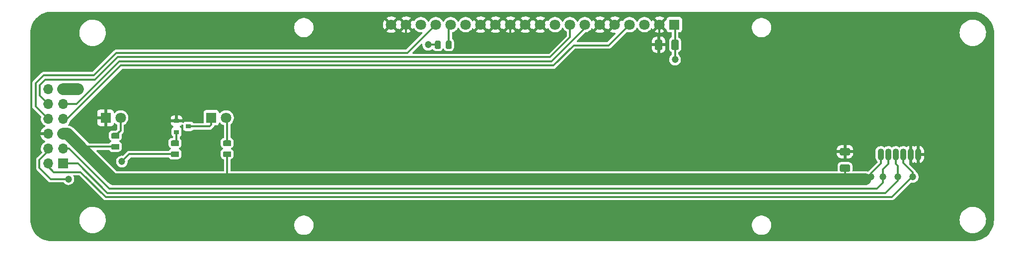
<source format=gbr>
G04 #@! TF.GenerationSoftware,KiCad,Pcbnew,(5.99.0-276-g47d7fea9b)*
G04 #@! TF.CreationDate,2019-10-29T18:49:48-07:00*
G04 #@! TF.ProjectId,frontpanel_pcb,66726f6e-7470-4616-9e65-6c5f7063622e,rev?*
G04 #@! TF.SameCoordinates,Original*
G04 #@! TF.FileFunction,Copper,L2,Bot*
G04 #@! TF.FilePolarity,Positive*
%FSLAX46Y46*%
G04 Gerber Fmt 4.6, Leading zero omitted, Abs format (unit mm)*
G04 Created by KiCad (PCBNEW (5.99.0-276-g47d7fea9b)) date 2019-10-29 18:49:48*
%MOMM*%
%LPD*%
G04 APERTURE LIST*
%ADD10O,1.100000X2.000000*%
%ADD11C,1.800000*%
%ADD12R,1.800000X1.800000*%
%ADD13R,0.900000X0.800000*%
%ADD14O,1.700000X1.700000*%
%ADD15R,1.700000X1.700000*%
%ADD16C,1.200000*%
%ADD17C,0.300000*%
%ADD18C,2.000000*%
G04 APERTURE END LIST*
G04 #@! TA.AperFunction,SMDPad,CuDef*
G36*
X178930671Y-83709030D02*
G01*
X179011777Y-83763223D01*
X179065970Y-83844329D01*
X179085000Y-83940000D01*
X179085000Y-84690000D01*
X179065970Y-84785671D01*
X179011777Y-84866777D01*
X178930671Y-84920970D01*
X178835000Y-84940000D01*
X177585000Y-84940000D01*
X177489329Y-84920970D01*
X177408223Y-84866777D01*
X177354030Y-84785671D01*
X177335000Y-84690000D01*
X177335000Y-83940000D01*
X177354030Y-83844329D01*
X177408223Y-83763223D01*
X177489329Y-83709030D01*
X177585000Y-83690000D01*
X178835000Y-83690000D01*
X178930671Y-83709030D01*
G37*
G04 #@! TD.AperFunction*
G04 #@! TA.AperFunction,SMDPad,CuDef*
G36*
X178930671Y-86509030D02*
G01*
X179011777Y-86563223D01*
X179065970Y-86644329D01*
X179085000Y-86740000D01*
X179085000Y-87490000D01*
X179065970Y-87585671D01*
X179011777Y-87666777D01*
X178930671Y-87720970D01*
X178835000Y-87740000D01*
X177585000Y-87740000D01*
X177489329Y-87720970D01*
X177408223Y-87666777D01*
X177354030Y-87585671D01*
X177335000Y-87490000D01*
X177335000Y-86740000D01*
X177354030Y-86644329D01*
X177408223Y-86563223D01*
X177489329Y-86509030D01*
X177585000Y-86490000D01*
X178835000Y-86490000D01*
X178930671Y-86509030D01*
G37*
G04 #@! TD.AperFunction*
G04 #@! TA.AperFunction,SMDPad,CuDef*
G36*
X146930671Y-65174030D02*
G01*
X147011777Y-65228223D01*
X147065970Y-65309329D01*
X147085000Y-65405000D01*
X147085000Y-66655000D01*
X147065970Y-66750671D01*
X147011777Y-66831777D01*
X146930671Y-66885970D01*
X146835000Y-66905000D01*
X146085000Y-66905000D01*
X145989329Y-66885970D01*
X145908223Y-66831777D01*
X145854030Y-66750671D01*
X145835000Y-66655000D01*
X145835000Y-65405000D01*
X145854030Y-65309329D01*
X145908223Y-65228223D01*
X145989329Y-65174030D01*
X146085000Y-65155000D01*
X146835000Y-65155000D01*
X146930671Y-65174030D01*
G37*
G04 #@! TD.AperFunction*
G04 #@! TA.AperFunction,SMDPad,CuDef*
G36*
X149730671Y-65174030D02*
G01*
X149811777Y-65228223D01*
X149865970Y-65309329D01*
X149885000Y-65405000D01*
X149885000Y-66655000D01*
X149865970Y-66750671D01*
X149811777Y-66831777D01*
X149730671Y-66885970D01*
X149635000Y-66905000D01*
X148885000Y-66905000D01*
X148789329Y-66885970D01*
X148708223Y-66831777D01*
X148654030Y-66750671D01*
X148635000Y-66655000D01*
X148635000Y-65405000D01*
X148654030Y-65309329D01*
X148708223Y-65228223D01*
X148789329Y-65174030D01*
X148885000Y-65155000D01*
X149635000Y-65155000D01*
X149730671Y-65174030D01*
G37*
G04 #@! TD.AperFunction*
D10*
X184330000Y-84780000D03*
X185600000Y-84780000D03*
X186870000Y-84780000D03*
X188140000Y-84780000D03*
X189410000Y-84780000D03*
X190680000Y-84780000D03*
D11*
X100870000Y-62600000D03*
X103410000Y-62600000D03*
X105950000Y-62600000D03*
X108490000Y-62600000D03*
X111030000Y-62600000D03*
X113570000Y-62600000D03*
X116110000Y-62600000D03*
X118650000Y-62600000D03*
X121190000Y-62600000D03*
X123730000Y-62600000D03*
X126270000Y-62600000D03*
X128810000Y-62600000D03*
X131350000Y-62600000D03*
X133890000Y-62600000D03*
X136430000Y-62600000D03*
X138970000Y-62600000D03*
X141510000Y-62600000D03*
X144050000Y-62600000D03*
X146590000Y-62600000D03*
D12*
X149130000Y-62600000D03*
G04 #@! TA.AperFunction,SMDPad,CuDef*
G36*
X73479529Y-84278554D02*
G01*
X73558607Y-84331393D01*
X73611446Y-84410471D01*
X73630000Y-84503750D01*
X73630000Y-84991250D01*
X73611446Y-85084529D01*
X73558607Y-85163607D01*
X73479529Y-85216446D01*
X73386250Y-85235000D01*
X72473750Y-85235000D01*
X72380471Y-85216446D01*
X72301393Y-85163607D01*
X72248554Y-85084529D01*
X72230000Y-84991250D01*
X72230000Y-84503750D01*
X72248554Y-84410471D01*
X72301393Y-84331393D01*
X72380471Y-84278554D01*
X72473750Y-84260000D01*
X73386250Y-84260000D01*
X73479529Y-84278554D01*
G37*
G04 #@! TD.AperFunction*
G04 #@! TA.AperFunction,SMDPad,CuDef*
G36*
X73479529Y-82403554D02*
G01*
X73558607Y-82456393D01*
X73611446Y-82535471D01*
X73630000Y-82628750D01*
X73630000Y-83116250D01*
X73611446Y-83209529D01*
X73558607Y-83288607D01*
X73479529Y-83341446D01*
X73386250Y-83360000D01*
X72473750Y-83360000D01*
X72380471Y-83341446D01*
X72301393Y-83288607D01*
X72248554Y-83209529D01*
X72230000Y-83116250D01*
X72230000Y-82628750D01*
X72248554Y-82535471D01*
X72301393Y-82456393D01*
X72380471Y-82403554D01*
X72473750Y-82385000D01*
X73386250Y-82385000D01*
X73479529Y-82403554D01*
G37*
G04 #@! TD.AperFunction*
G04 #@! TA.AperFunction,SMDPad,CuDef*
G36*
X64589529Y-82403554D02*
G01*
X64668607Y-82456393D01*
X64721446Y-82535471D01*
X64740000Y-82628750D01*
X64740000Y-83116250D01*
X64721446Y-83209529D01*
X64668607Y-83288607D01*
X64589529Y-83341446D01*
X64496250Y-83360000D01*
X63583750Y-83360000D01*
X63490471Y-83341446D01*
X63411393Y-83288607D01*
X63358554Y-83209529D01*
X63340000Y-83116250D01*
X63340000Y-82628750D01*
X63358554Y-82535471D01*
X63411393Y-82456393D01*
X63490471Y-82403554D01*
X63583750Y-82385000D01*
X64496250Y-82385000D01*
X64589529Y-82403554D01*
G37*
G04 #@! TD.AperFunction*
G04 #@! TA.AperFunction,SMDPad,CuDef*
G36*
X64589529Y-84278554D02*
G01*
X64668607Y-84331393D01*
X64721446Y-84410471D01*
X64740000Y-84503750D01*
X64740000Y-84991250D01*
X64721446Y-85084529D01*
X64668607Y-85163607D01*
X64589529Y-85216446D01*
X64496250Y-85235000D01*
X63583750Y-85235000D01*
X63490471Y-85216446D01*
X63411393Y-85163607D01*
X63358554Y-85084529D01*
X63340000Y-84991250D01*
X63340000Y-84503750D01*
X63358554Y-84410471D01*
X63411393Y-84331393D01*
X63490471Y-84278554D01*
X63583750Y-84260000D01*
X64496250Y-84260000D01*
X64589529Y-84278554D01*
G37*
G04 #@! TD.AperFunction*
G04 #@! TA.AperFunction,SMDPad,CuDef*
G36*
X54429529Y-83008554D02*
G01*
X54508607Y-83061393D01*
X54561446Y-83140471D01*
X54580000Y-83233750D01*
X54580000Y-83721250D01*
X54561446Y-83814529D01*
X54508607Y-83893607D01*
X54429529Y-83946446D01*
X54336250Y-83965000D01*
X53423750Y-83965000D01*
X53330471Y-83946446D01*
X53251393Y-83893607D01*
X53198554Y-83814529D01*
X53180000Y-83721250D01*
X53180000Y-83233750D01*
X53198554Y-83140471D01*
X53251393Y-83061393D01*
X53330471Y-83008554D01*
X53423750Y-82990000D01*
X54336250Y-82990000D01*
X54429529Y-83008554D01*
G37*
G04 #@! TD.AperFunction*
G04 #@! TA.AperFunction,SMDPad,CuDef*
G36*
X54429529Y-81133554D02*
G01*
X54508607Y-81186393D01*
X54561446Y-81265471D01*
X54580000Y-81358750D01*
X54580000Y-81846250D01*
X54561446Y-81939529D01*
X54508607Y-82018607D01*
X54429529Y-82071446D01*
X54336250Y-82090000D01*
X53423750Y-82090000D01*
X53330471Y-82071446D01*
X53251393Y-82018607D01*
X53198554Y-81939529D01*
X53180000Y-81846250D01*
X53180000Y-81358750D01*
X53198554Y-81265471D01*
X53251393Y-81186393D01*
X53330471Y-81133554D01*
X53423750Y-81115000D01*
X54336250Y-81115000D01*
X54429529Y-81133554D01*
G37*
G04 #@! TD.AperFunction*
G04 #@! TA.AperFunction,SMDPad,CuDef*
G36*
X109159529Y-65348554D02*
G01*
X109238607Y-65401393D01*
X109291446Y-65480471D01*
X109310000Y-65573750D01*
X109310000Y-66486250D01*
X109291446Y-66579529D01*
X109238607Y-66658607D01*
X109159529Y-66711446D01*
X109066250Y-66730000D01*
X108578750Y-66730000D01*
X108485471Y-66711446D01*
X108406393Y-66658607D01*
X108353554Y-66579529D01*
X108335000Y-66486250D01*
X108335000Y-65573750D01*
X108353554Y-65480471D01*
X108406393Y-65401393D01*
X108485471Y-65348554D01*
X108578750Y-65330000D01*
X109066250Y-65330000D01*
X109159529Y-65348554D01*
G37*
G04 #@! TD.AperFunction*
G04 #@! TA.AperFunction,SMDPad,CuDef*
G36*
X111034529Y-65348554D02*
G01*
X111113607Y-65401393D01*
X111166446Y-65480471D01*
X111185000Y-65573750D01*
X111185000Y-66486250D01*
X111166446Y-66579529D01*
X111113607Y-66658607D01*
X111034529Y-66711446D01*
X110941250Y-66730000D01*
X110453750Y-66730000D01*
X110360471Y-66711446D01*
X110281393Y-66658607D01*
X110228554Y-66579529D01*
X110210000Y-66486250D01*
X110210000Y-65573750D01*
X110228554Y-65480471D01*
X110281393Y-65401393D01*
X110360471Y-65348554D01*
X110453750Y-65330000D01*
X110941250Y-65330000D01*
X111034529Y-65348554D01*
G37*
G04 #@! TD.AperFunction*
D13*
X66310000Y-80000000D03*
X64310000Y-79050000D03*
X64310000Y-80950000D03*
D14*
X42450000Y-73650000D03*
X44990000Y-73650000D03*
X42450000Y-76190000D03*
X44990000Y-76190000D03*
X42450000Y-78730000D03*
X44990000Y-78730000D03*
X42450000Y-81270000D03*
X44990000Y-81270000D03*
X42450000Y-83810000D03*
X44990000Y-83810000D03*
X42450000Y-86350000D03*
D15*
X44990000Y-86350000D03*
D11*
X72770000Y-78530000D03*
D12*
X70230000Y-78530000D03*
D11*
X54770000Y-78530000D03*
D12*
X52230000Y-78530000D03*
D16*
X47530000Y-82921000D03*
X45879000Y-89017000D03*
X55000000Y-86000000D03*
X62008000Y-79111000D03*
X103410000Y-64760000D03*
X136430000Y-64633000D03*
X121190000Y-65141000D03*
X107220000Y-89271000D03*
X107220000Y-66030000D03*
X149257000Y-89144000D03*
X149257000Y-68570000D03*
X144050000Y-66030000D03*
X191421000Y-86858000D03*
X178213000Y-82159000D03*
X182658000Y-88636000D03*
X189770000Y-88636000D03*
X187230000Y-88636000D03*
X184690000Y-88636000D03*
X47530000Y-73650000D03*
D17*
X47974500Y-87810500D02*
X52229000Y-92065000D01*
X43402500Y-87810500D02*
X47974500Y-87810500D01*
X42450000Y-86858000D02*
X43402500Y-87810500D01*
X42450000Y-86350000D02*
X42450000Y-86858000D01*
X52229000Y-92065000D02*
X184563000Y-92065000D01*
X40926000Y-85715000D02*
X42450000Y-84191000D01*
X40926000Y-87112000D02*
X40926000Y-85715000D01*
X42831000Y-89017000D02*
X40926000Y-87112000D01*
X45879000Y-89017000D02*
X42831000Y-89017000D01*
X42450000Y-84191000D02*
X42450000Y-83810000D01*
D18*
X48228500Y-83746500D02*
X45752000Y-81270000D01*
D17*
X48228500Y-83746500D02*
X48497500Y-83477500D01*
D18*
X53557010Y-89075010D02*
X48228500Y-83746500D01*
D17*
X48497500Y-83477500D02*
X53880000Y-83477500D01*
X185136011Y-91364989D02*
X52544989Y-91364989D01*
X187230000Y-89271000D02*
X185136011Y-91364989D01*
X52544989Y-91364989D02*
X47530000Y-86350000D01*
X187230000Y-88636000D02*
X187230000Y-89271000D01*
X47530000Y-86350000D02*
X46140000Y-86350000D01*
X46140000Y-86350000D02*
X44990000Y-86350000D01*
X183677022Y-90664978D02*
X52860978Y-90664978D01*
X184690000Y-89652000D02*
X183677022Y-90664978D01*
X52860978Y-90664978D02*
X46006000Y-83810000D01*
X184690000Y-88636000D02*
X184690000Y-89652000D01*
X46006000Y-83810000D02*
X44990000Y-83810000D01*
D18*
X73115010Y-89075010D02*
X53557010Y-89075010D01*
X45752000Y-81270000D02*
X44990000Y-81270000D01*
D17*
X54542546Y-68885989D02*
X47238535Y-76190000D01*
X133890000Y-63236000D02*
X128240011Y-68885989D01*
X128240011Y-68885989D02*
X54542546Y-68885989D01*
X133890000Y-62600000D02*
X133890000Y-63236000D01*
X47238535Y-76190000D02*
X46192081Y-76190000D01*
X46192081Y-76190000D02*
X44990000Y-76190000D01*
X127982989Y-68127011D02*
X54296953Y-68127011D01*
X54296953Y-68127011D02*
X50424964Y-71999000D01*
X131350000Y-64760000D02*
X127982989Y-68127011D01*
X131350000Y-62600000D02*
X131350000Y-64760000D01*
X40991011Y-72949989D02*
X40991011Y-74731011D01*
X50424964Y-71999000D02*
X41942000Y-71999000D01*
X41942000Y-71999000D02*
X40991011Y-72949989D01*
X40991011Y-74731011D02*
X41600001Y-75340001D01*
X41600001Y-75340001D02*
X42450000Y-76190000D01*
X189643000Y-88636000D02*
X186849000Y-91430000D01*
X186849000Y-91430000D02*
X186341000Y-91938000D01*
X184563000Y-92065000D02*
X185198000Y-92065000D01*
X184563000Y-92065000D02*
X186214000Y-92065000D01*
X186214000Y-92065000D02*
X186849000Y-91430000D01*
X108490000Y-62600000D02*
X103663000Y-67427000D01*
X54007000Y-67427000D02*
X50197000Y-71237000D01*
X103663000Y-67427000D02*
X54007000Y-67427000D01*
X41688000Y-71237000D02*
X40291000Y-72634000D01*
X50197000Y-71237000D02*
X41688000Y-71237000D01*
X40291000Y-72634000D02*
X40291000Y-76571000D01*
X40291000Y-76571000D02*
X41600001Y-77880001D01*
X41600001Y-77880001D02*
X42450000Y-78730000D01*
X137953000Y-66157000D02*
X131985000Y-66157000D01*
X131985000Y-66157000D02*
X128556000Y-69586000D01*
X141510000Y-62600000D02*
X137953000Y-66157000D01*
X128556000Y-69586000D02*
X54832500Y-69586000D01*
X54832500Y-69586000D02*
X45688500Y-78730000D01*
X45688500Y-78730000D02*
X44990000Y-78730000D01*
X56252500Y-84747500D02*
X55000000Y-86000000D01*
X64040000Y-84747500D02*
X56252500Y-84747500D01*
X64310000Y-80950000D02*
X64310000Y-82602500D01*
X64310000Y-82602500D02*
X64040000Y-82872500D01*
X64310000Y-79050000D02*
X62069000Y-79050000D01*
X62069000Y-79050000D02*
X62008000Y-79111000D01*
X66310000Y-80000000D02*
X69960000Y-80000000D01*
X69960000Y-80000000D02*
X70230000Y-79730000D01*
X70230000Y-79730000D02*
X70230000Y-78530000D01*
X72930000Y-82872500D02*
X72930000Y-78690000D01*
X72930000Y-78690000D02*
X72770000Y-78530000D01*
D18*
X73115010Y-89075010D02*
X178154990Y-89075010D01*
D17*
X73115010Y-89075010D02*
X72930000Y-88890000D01*
X72930000Y-88890000D02*
X72930000Y-84747500D01*
X103410000Y-62600000D02*
X103410000Y-64760000D01*
X121190000Y-62600000D02*
X121190000Y-65141000D01*
X108822500Y-66030000D02*
X107220000Y-66030000D01*
X110697500Y-66030000D02*
X110697500Y-62932500D01*
X110697500Y-62932500D02*
X111030000Y-62600000D01*
X54770000Y-78530000D02*
X54770000Y-80712500D01*
X54770000Y-80712500D02*
X53880000Y-81602500D01*
X149260000Y-66030000D02*
X149260000Y-68567000D01*
X149260000Y-68567000D02*
X149257000Y-68570000D01*
X146460000Y-66030000D02*
X144050000Y-66030000D01*
X146590000Y-62600000D02*
X146590000Y-65900000D01*
X146590000Y-65900000D02*
X146460000Y-66030000D01*
X149260000Y-66030000D02*
X149260000Y-62730000D01*
X149260000Y-62730000D02*
X149130000Y-62600000D01*
X189410000Y-86117000D02*
X190151000Y-86858000D01*
X190151000Y-86858000D02*
X191421000Y-86858000D01*
X189410000Y-84780000D02*
X189410000Y-86117000D01*
X190680000Y-84780000D02*
X190680000Y-86117000D01*
X190680000Y-86117000D02*
X191421000Y-86858000D01*
X178210000Y-84315000D02*
X178210000Y-82162000D01*
X178210000Y-82162000D02*
X178213000Y-82159000D01*
X178210000Y-87115000D02*
X178210000Y-89020000D01*
X178210000Y-89020000D02*
X178154990Y-89075010D01*
X189770000Y-88636000D02*
X189643000Y-88636000D01*
X187230000Y-88636000D02*
X187230000Y-86731000D01*
X187230000Y-86731000D02*
X186870000Y-86371000D01*
X186870000Y-86371000D02*
X186870000Y-86080000D01*
X186870000Y-86080000D02*
X186870000Y-84780000D01*
X185600000Y-84780000D02*
X185600000Y-86392500D01*
X185600000Y-86392500D02*
X184690000Y-87302500D01*
X184690000Y-87302500D02*
X184690000Y-88636000D01*
X184330000Y-84780000D02*
X184330000Y-86329000D01*
X184330000Y-86329000D02*
X182658000Y-88001000D01*
X182658000Y-88001000D02*
X182658000Y-88636000D01*
X182658000Y-88636000D02*
X181809472Y-88636000D01*
X181809472Y-88636000D02*
X181710990Y-88734482D01*
X181710990Y-88734482D02*
X181710990Y-89075010D01*
D18*
X179551990Y-89075010D02*
X181710990Y-89075010D01*
D17*
X188140000Y-84780000D02*
X188140000Y-86244000D01*
X188140000Y-86244000D02*
X189770000Y-87874000D01*
X189770000Y-87874000D02*
X189770000Y-88636000D01*
D18*
X178154990Y-89075010D02*
X179551990Y-89075010D01*
X44990000Y-73650000D02*
X47530000Y-73650000D01*
G36*
X199980787Y-60385789D02*
G01*
X200358872Y-60404612D01*
X200714183Y-60458031D01*
X201062442Y-60546478D01*
X201400199Y-60669077D01*
X201724097Y-60824612D01*
X202030946Y-61011546D01*
X202317721Y-61228038D01*
X202581574Y-61471943D01*
X202819890Y-61740835D01*
X203030332Y-62032085D01*
X203210797Y-62342779D01*
X203359517Y-62669872D01*
X203475015Y-63010120D01*
X203556148Y-63360148D01*
X203602375Y-63718525D01*
X203614029Y-64015161D01*
X203619001Y-64039167D01*
X203619000Y-95945830D01*
X203614211Y-95980787D01*
X203595388Y-96358872D01*
X203541968Y-96714184D01*
X203453524Y-97062440D01*
X203330928Y-97400186D01*
X203175388Y-97724098D01*
X202988449Y-98030956D01*
X202771964Y-98317720D01*
X202528057Y-98581574D01*
X202259160Y-98819893D01*
X201967919Y-99030329D01*
X201657222Y-99210797D01*
X201330126Y-99359518D01*
X200989882Y-99475015D01*
X200639851Y-99556148D01*
X200281477Y-99602375D01*
X199984837Y-99614029D01*
X199960836Y-99619000D01*
X43054170Y-99619000D01*
X43019213Y-99614211D01*
X42641128Y-99595388D01*
X42285816Y-99541968D01*
X41937560Y-99453524D01*
X41599814Y-99330928D01*
X41275902Y-99175388D01*
X40969044Y-98988449D01*
X40682280Y-98771964D01*
X40418426Y-98528057D01*
X40180107Y-98259160D01*
X39969671Y-97967919D01*
X39789203Y-97657222D01*
X39640482Y-97330126D01*
X39524985Y-96989882D01*
X39443852Y-96639851D01*
X39397625Y-96281477D01*
X39385971Y-95984837D01*
X39381000Y-95960836D01*
X39381000Y-95944909D01*
X47745638Y-95944909D01*
X47758155Y-96243543D01*
X47810057Y-96537901D01*
X47900436Y-96822809D01*
X48027701Y-97093262D01*
X48189618Y-97344508D01*
X48383341Y-97572132D01*
X48605466Y-97772135D01*
X48852095Y-97941003D01*
X49118888Y-98075771D01*
X49401159Y-98174068D01*
X49693960Y-98234172D01*
X49992128Y-98255021D01*
X50290441Y-98236253D01*
X50583641Y-98178198D01*
X50866604Y-98081869D01*
X51134328Y-97948970D01*
X51382124Y-97781830D01*
X51605645Y-97583379D01*
X51800950Y-97357115D01*
X51964620Y-97107002D01*
X52093768Y-96837448D01*
X52115636Y-96770145D01*
X84350000Y-96770145D01*
X84350000Y-97029855D01*
X84390630Y-97286377D01*
X84470885Y-97533381D01*
X84588794Y-97764787D01*
X84741452Y-97974904D01*
X84925096Y-98158548D01*
X85135213Y-98311206D01*
X85366619Y-98429115D01*
X85613623Y-98509370D01*
X85870145Y-98550000D01*
X86129855Y-98550000D01*
X86386377Y-98509370D01*
X86633381Y-98429115D01*
X86864787Y-98311206D01*
X87074904Y-98158548D01*
X87258548Y-97974904D01*
X87411206Y-97764787D01*
X87529115Y-97533381D01*
X87609370Y-97286377D01*
X87650000Y-97029855D01*
X87650000Y-96770145D01*
X162350000Y-96770145D01*
X162350000Y-97029855D01*
X162390630Y-97286377D01*
X162470885Y-97533381D01*
X162588794Y-97764787D01*
X162741452Y-97974904D01*
X162925096Y-98158548D01*
X163135213Y-98311206D01*
X163366619Y-98429115D01*
X163613623Y-98509370D01*
X163870145Y-98550000D01*
X164129855Y-98550000D01*
X164386377Y-98509370D01*
X164633381Y-98429115D01*
X164864787Y-98311206D01*
X165074904Y-98158548D01*
X165258548Y-97974904D01*
X165411206Y-97764787D01*
X165529115Y-97533381D01*
X165609370Y-97286377D01*
X165650000Y-97029855D01*
X165650000Y-96770145D01*
X165609370Y-96513623D01*
X165529115Y-96266619D01*
X165411206Y-96035213D01*
X165345597Y-95944909D01*
X197745638Y-95944909D01*
X197758155Y-96243543D01*
X197810057Y-96537901D01*
X197900436Y-96822809D01*
X198027701Y-97093262D01*
X198189618Y-97344508D01*
X198383341Y-97572132D01*
X198605466Y-97772135D01*
X198852095Y-97941003D01*
X199118888Y-98075771D01*
X199401159Y-98174068D01*
X199693960Y-98234172D01*
X199992128Y-98255021D01*
X200290441Y-98236253D01*
X200583641Y-98178198D01*
X200866604Y-98081869D01*
X201134328Y-97948970D01*
X201382124Y-97781830D01*
X201605645Y-97583379D01*
X201800950Y-97357115D01*
X201964620Y-97107002D01*
X202093768Y-96837448D01*
X202186133Y-96553177D01*
X202240089Y-96259191D01*
X202250077Y-95850546D01*
X202210546Y-95554273D01*
X202132180Y-95265838D01*
X202016349Y-94990288D01*
X201865094Y-94732478D01*
X201681075Y-94496946D01*
X201467519Y-94287816D01*
X201228180Y-94108769D01*
X200967269Y-93962950D01*
X200689350Y-93852914D01*
X200399330Y-93780604D01*
X200102296Y-93747285D01*
X199803463Y-93753546D01*
X199508079Y-93799274D01*
X199221339Y-93883665D01*
X198948281Y-94005239D01*
X198693702Y-94161857D01*
X198462066Y-94350774D01*
X198257461Y-94568658D01*
X198083461Y-94811697D01*
X197943138Y-95075608D01*
X197838948Y-95355764D01*
X197772728Y-95647232D01*
X197745638Y-95944909D01*
X165345597Y-95944909D01*
X165258548Y-95825096D01*
X165074904Y-95641452D01*
X164864787Y-95488794D01*
X164633381Y-95370885D01*
X164386377Y-95290630D01*
X164129855Y-95250000D01*
X163870145Y-95250000D01*
X163613623Y-95290630D01*
X163366619Y-95370885D01*
X163135213Y-95488794D01*
X162925096Y-95641452D01*
X162741452Y-95825096D01*
X162588794Y-96035213D01*
X162470885Y-96266619D01*
X162390630Y-96513623D01*
X162350000Y-96770145D01*
X87650000Y-96770145D01*
X87609370Y-96513623D01*
X87529115Y-96266619D01*
X87411206Y-96035213D01*
X87258548Y-95825096D01*
X87074904Y-95641452D01*
X86864787Y-95488794D01*
X86633381Y-95370885D01*
X86386377Y-95290630D01*
X86129855Y-95250000D01*
X85870145Y-95250000D01*
X85613623Y-95290630D01*
X85366619Y-95370885D01*
X85135213Y-95488794D01*
X84925096Y-95641452D01*
X84741452Y-95825096D01*
X84588794Y-96035213D01*
X84470885Y-96266619D01*
X84390630Y-96513623D01*
X84350000Y-96770145D01*
X52115636Y-96770145D01*
X52186133Y-96553177D01*
X52240089Y-96259191D01*
X52250077Y-95850546D01*
X52210546Y-95554273D01*
X52132180Y-95265838D01*
X52016349Y-94990288D01*
X51865094Y-94732478D01*
X51681075Y-94496946D01*
X51467519Y-94287816D01*
X51228180Y-94108769D01*
X50967269Y-93962950D01*
X50689350Y-93852914D01*
X50399330Y-93780604D01*
X50102296Y-93747285D01*
X49803463Y-93753546D01*
X49508079Y-93799274D01*
X49221339Y-93883665D01*
X48948281Y-94005239D01*
X48693702Y-94161857D01*
X48462066Y-94350774D01*
X48257461Y-94568658D01*
X48083461Y-94811697D01*
X47943138Y-95075608D01*
X47838948Y-95355764D01*
X47772728Y-95647232D01*
X47745638Y-95944909D01*
X39381000Y-95944909D01*
X39381000Y-76544734D01*
X39734015Y-76544734D01*
X39741001Y-76603757D01*
X39741001Y-76616691D01*
X39746298Y-76648515D01*
X39755536Y-76726569D01*
X39760758Y-76735400D01*
X39763458Y-76751617D01*
X39850406Y-76912759D01*
X39910407Y-76968223D01*
X41266626Y-78324445D01*
X41221025Y-78475488D01*
X41195378Y-78697149D01*
X41209389Y-78919840D01*
X41262614Y-79136531D01*
X41353370Y-79340376D01*
X41478792Y-79524928D01*
X41634908Y-79684348D01*
X41816789Y-79813603D01*
X41891654Y-79848824D01*
X41899219Y-80029149D01*
X41672713Y-80159922D01*
X41491760Y-80311760D01*
X41339922Y-80492713D01*
X41221811Y-80697288D01*
X41141019Y-80919262D01*
X41123256Y-81020000D01*
X42700000Y-81020000D01*
X42700000Y-81520000D01*
X41123256Y-81520000D01*
X41141019Y-81620738D01*
X41221811Y-81842712D01*
X41339922Y-82047287D01*
X41491760Y-82228240D01*
X41672715Y-82380080D01*
X42037935Y-82590937D01*
X41685973Y-82814300D01*
X41521727Y-82965333D01*
X41386817Y-83143069D01*
X41285518Y-83341880D01*
X41221024Y-83555492D01*
X41195378Y-83777149D01*
X41209389Y-83999840D01*
X41262614Y-84216532D01*
X41380921Y-84482261D01*
X40578609Y-85284574D01*
X40550726Y-85302578D01*
X40513934Y-85349249D01*
X40504782Y-85358401D01*
X40486012Y-85384667D01*
X40437369Y-85446371D01*
X40434818Y-85456308D01*
X40425256Y-85469689D01*
X40372793Y-85645114D01*
X40376001Y-85726764D01*
X40376000Y-87053288D01*
X40369015Y-87085734D01*
X40376000Y-87144749D01*
X40376000Y-87157690D01*
X40381300Y-87189532D01*
X40390536Y-87267567D01*
X40395757Y-87276396D01*
X40398457Y-87292617D01*
X40485405Y-87453759D01*
X40545419Y-87509235D01*
X42400574Y-89364392D01*
X42418578Y-89392275D01*
X42465251Y-89429068D01*
X42474399Y-89438216D01*
X42500663Y-89456985D01*
X42562374Y-89505635D01*
X42572312Y-89508187D01*
X42585685Y-89517743D01*
X42761113Y-89570207D01*
X42842739Y-89567000D01*
X45032671Y-89567000D01*
X45201045Y-89762063D01*
X45398336Y-89902270D01*
X45623381Y-89991372D01*
X45863174Y-90024220D01*
X46103892Y-89998920D01*
X46331620Y-89916932D01*
X46533217Y-89782991D01*
X46697047Y-89604827D01*
X46813650Y-89392727D01*
X46876294Y-89158936D01*
X46879048Y-88895980D01*
X46821314Y-88660928D01*
X46664254Y-88360500D01*
X47746684Y-88360500D01*
X51798574Y-92412392D01*
X51816578Y-92440275D01*
X51863249Y-92477067D01*
X51872400Y-92486218D01*
X51898666Y-92504988D01*
X51960369Y-92553631D01*
X51970308Y-92556182D01*
X51983690Y-92565746D01*
X52159114Y-92618208D01*
X52240755Y-92615000D01*
X186155288Y-92615000D01*
X186187734Y-92621985D01*
X186246749Y-92615000D01*
X186259690Y-92615000D01*
X186291549Y-92609697D01*
X186369567Y-92600464D01*
X186378396Y-92595243D01*
X186394617Y-92592543D01*
X186555758Y-92505596D01*
X186611234Y-92445582D01*
X187270217Y-91786601D01*
X187270222Y-91786594D01*
X189454632Y-89602186D01*
X189754175Y-89643220D01*
X189994892Y-89617920D01*
X190222620Y-89535932D01*
X190424217Y-89401991D01*
X190588047Y-89223827D01*
X190704650Y-89011727D01*
X190767294Y-88777936D01*
X190770048Y-88514980D01*
X190712314Y-88279928D01*
X190600180Y-88065435D01*
X190440115Y-87883878D01*
X190314731Y-87796735D01*
X190305464Y-87718431D01*
X190300243Y-87709602D01*
X190297543Y-87693385D01*
X190210594Y-87532240D01*
X190150606Y-87476788D01*
X189160000Y-86486183D01*
X189160000Y-86251000D01*
X189660000Y-86251000D01*
X189805242Y-86208252D01*
X190047392Y-86081659D01*
X190271141Y-86202639D01*
X190430000Y-86251814D01*
X190430000Y-85030000D01*
X190930000Y-85030000D01*
X190930000Y-86251000D01*
X191075243Y-86208252D01*
X191257719Y-86112856D01*
X191418203Y-85983824D01*
X191550561Y-85826086D01*
X191649762Y-85645638D01*
X191712024Y-85449366D01*
X191730000Y-85278331D01*
X191730000Y-85030000D01*
X190930000Y-85030000D01*
X190430000Y-85030000D01*
X190430000Y-84530000D01*
X190930000Y-84530000D01*
X191730000Y-84530000D01*
X191730000Y-84278193D01*
X191714986Y-84125068D01*
X191655468Y-83927936D01*
X191558800Y-83746129D01*
X191428653Y-83586553D01*
X191269995Y-83455300D01*
X191088858Y-83357361D01*
X190930000Y-83308186D01*
X190930000Y-84530000D01*
X190430000Y-84530000D01*
X190430000Y-83309000D01*
X190284757Y-83351748D01*
X190042608Y-83478340D01*
X189818858Y-83357361D01*
X189660000Y-83308186D01*
X189660000Y-86251000D01*
X189160000Y-86251000D01*
X189160000Y-83309000D01*
X189014757Y-83351748D01*
X188832277Y-83447146D01*
X188705198Y-83549321D01*
X188472850Y-83434990D01*
X188286085Y-83386342D01*
X188093354Y-83376241D01*
X187902524Y-83405101D01*
X187721400Y-83471742D01*
X187494730Y-83612283D01*
X187376017Y-83520200D01*
X187202852Y-83434990D01*
X187016085Y-83386342D01*
X186823354Y-83376241D01*
X186632524Y-83405101D01*
X186451400Y-83471742D01*
X186224730Y-83612283D01*
X186106017Y-83520200D01*
X185932852Y-83434990D01*
X185746085Y-83386342D01*
X185553354Y-83376241D01*
X185362524Y-83405101D01*
X185181400Y-83471742D01*
X184954730Y-83612283D01*
X184836017Y-83520200D01*
X184662852Y-83434990D01*
X184476085Y-83386342D01*
X184283354Y-83376241D01*
X184092524Y-83405101D01*
X183911400Y-83471742D01*
X183747375Y-83573441D01*
X183607144Y-83706051D01*
X183496447Y-83864145D01*
X183419799Y-84041266D01*
X183380000Y-84298355D01*
X183380000Y-85278231D01*
X183394605Y-85422007D01*
X183452320Y-85606174D01*
X183545887Y-85774975D01*
X183671485Y-85921512D01*
X183833781Y-86047402D01*
X182310610Y-87570573D01*
X182282725Y-87588578D01*
X182245930Y-87635253D01*
X182236780Y-87644403D01*
X182161735Y-87749422D01*
X182003669Y-87698061D01*
X181784353Y-87675010D01*
X179461209Y-87675010D01*
X179489518Y-87487177D01*
X179489518Y-86742822D01*
X179444079Y-86502672D01*
X179346107Y-86332979D01*
X179202469Y-86199702D01*
X179025932Y-86114686D01*
X178832175Y-86085482D01*
X177587822Y-86085482D01*
X177347672Y-86130921D01*
X177177979Y-86228893D01*
X177044702Y-86372531D01*
X176959686Y-86549068D01*
X176930482Y-86742825D01*
X176930482Y-87487174D01*
X176966021Y-87675010D01*
X73480000Y-87675010D01*
X73480000Y-85621259D01*
X73621341Y-85594516D01*
X73789401Y-85497486D01*
X73921397Y-85355229D01*
X74005595Y-85180390D01*
X74034518Y-84988496D01*
X74034518Y-84565000D01*
X176829858Y-84565000D01*
X176829858Y-84687430D01*
X176898331Y-85002195D01*
X177014928Y-85183626D01*
X177177920Y-85324858D01*
X177374099Y-85414450D01*
X177587567Y-85445142D01*
X177960000Y-85445142D01*
X177960000Y-84565000D01*
X178460000Y-84565000D01*
X178460000Y-85445142D01*
X178832430Y-85445142D01*
X179147195Y-85376669D01*
X179328626Y-85260072D01*
X179469858Y-85097080D01*
X179559450Y-84900901D01*
X179590142Y-84687433D01*
X179590142Y-84565000D01*
X178460000Y-84565000D01*
X177960000Y-84565000D01*
X176829858Y-84565000D01*
X74034518Y-84565000D01*
X74034518Y-84506501D01*
X73989516Y-84268659D01*
X73892486Y-84100599D01*
X73750230Y-83968604D01*
X73696164Y-83942567D01*
X176829858Y-83942567D01*
X176829858Y-84065000D01*
X177960000Y-84065000D01*
X177960000Y-83184858D01*
X178460000Y-83184858D01*
X178460000Y-84065000D01*
X179590142Y-84065000D01*
X179590142Y-83942570D01*
X179521669Y-83627805D01*
X179405072Y-83446374D01*
X179242080Y-83305142D01*
X179045901Y-83215550D01*
X178832433Y-83184858D01*
X178460000Y-83184858D01*
X177960000Y-83184858D01*
X177587570Y-83184858D01*
X177272805Y-83253331D01*
X177091374Y-83369928D01*
X176950142Y-83532920D01*
X176860550Y-83729099D01*
X176829858Y-83942567D01*
X73696164Y-83942567D01*
X73617842Y-83904850D01*
X73611128Y-83725413D01*
X73789401Y-83622487D01*
X73921397Y-83480229D01*
X74005595Y-83305390D01*
X74034518Y-83113496D01*
X74034518Y-82631501D01*
X73989516Y-82393659D01*
X73892486Y-82225599D01*
X73750230Y-82093604D01*
X73480000Y-81963469D01*
X73480000Y-79631268D01*
X73692749Y-79452750D01*
X73838965Y-79278497D01*
X73952701Y-79081500D01*
X74030500Y-78867749D01*
X74069999Y-78643737D01*
X74069999Y-78416263D01*
X74030500Y-78192251D01*
X73952701Y-77978500D01*
X73838965Y-77781503D01*
X73692750Y-77607250D01*
X73518497Y-77461035D01*
X73321500Y-77347299D01*
X73107749Y-77269500D01*
X72883737Y-77230001D01*
X72656263Y-77230001D01*
X72432251Y-77269500D01*
X72218500Y-77347299D01*
X72021503Y-77461035D01*
X71847251Y-77607250D01*
X71732862Y-77743574D01*
X71551165Y-77697007D01*
X71506791Y-77473928D01*
X71418384Y-77341616D01*
X71286072Y-77253209D01*
X71129999Y-77222164D01*
X69330001Y-77222164D01*
X69173928Y-77253209D01*
X69041616Y-77341616D01*
X68953209Y-77473928D01*
X68922164Y-77630001D01*
X68922164Y-79450000D01*
X67140849Y-79450000D01*
X67048384Y-79311616D01*
X66916072Y-79223209D01*
X66759999Y-79192164D01*
X65860001Y-79192164D01*
X65703928Y-79223209D01*
X65571616Y-79311616D01*
X65479208Y-79449914D01*
X65267713Y-79385758D01*
X65267713Y-79300000D01*
X63352287Y-79300000D01*
X63352287Y-79450000D01*
X63420308Y-79703857D01*
X63533648Y-79838932D01*
X63893382Y-80046620D01*
X63571616Y-80261616D01*
X63483209Y-80393928D01*
X63452164Y-80550000D01*
X63452164Y-81349999D01*
X63483209Y-81506072D01*
X63571617Y-81638385D01*
X63767078Y-81768986D01*
X63702922Y-81980482D01*
X63586501Y-81980482D01*
X63348659Y-82025484D01*
X63180599Y-82122514D01*
X63048603Y-82264771D01*
X62964405Y-82439610D01*
X62935482Y-82631504D01*
X62935482Y-83113499D01*
X62980484Y-83351341D01*
X63077514Y-83519401D01*
X63219770Y-83651396D01*
X63352158Y-83715150D01*
X63358872Y-83894587D01*
X63180597Y-83997514D01*
X62995039Y-84197500D01*
X56311212Y-84197500D01*
X56278766Y-84190515D01*
X56219751Y-84197500D01*
X56206811Y-84197500D01*
X56174948Y-84202804D01*
X56096930Y-84212036D01*
X56088102Y-84217257D01*
X56071885Y-84219957D01*
X55910740Y-84306906D01*
X55855288Y-84366894D01*
X55204361Y-85017821D01*
X55005276Y-84992670D01*
X54764838Y-85020490D01*
X54537982Y-85104857D01*
X54337797Y-85240901D01*
X54175841Y-85420772D01*
X54061466Y-85634081D01*
X54001274Y-85868514D01*
X53998739Y-86110541D01*
X54054008Y-86346183D01*
X54163893Y-86561841D01*
X54322045Y-86745063D01*
X54519336Y-86885270D01*
X54744381Y-86974372D01*
X54984174Y-87007220D01*
X55224892Y-86981920D01*
X55452620Y-86899932D01*
X55654217Y-86765991D01*
X55818047Y-86587827D01*
X55934650Y-86375727D01*
X55997294Y-86141936D01*
X56000048Y-85878979D01*
X55980092Y-85797724D01*
X56480317Y-85297500D01*
X63021567Y-85297500D01*
X63077513Y-85394400D01*
X63219771Y-85526397D01*
X63394610Y-85610595D01*
X63586504Y-85639518D01*
X64493499Y-85639518D01*
X64731341Y-85594516D01*
X64899401Y-85497486D01*
X65031397Y-85355229D01*
X65115595Y-85180390D01*
X65144518Y-84988496D01*
X65144518Y-84506501D01*
X65099516Y-84268659D01*
X65002486Y-84100599D01*
X64860230Y-83968604D01*
X64727842Y-83904850D01*
X64721128Y-83725413D01*
X64899401Y-83622487D01*
X65031397Y-83480229D01*
X65115595Y-83305390D01*
X65144518Y-83113496D01*
X65144518Y-82631501D01*
X65099516Y-82393659D01*
X65002486Y-82225599D01*
X64860000Y-82093390D01*
X64860000Y-81764258D01*
X65048384Y-81638384D01*
X65136791Y-81506072D01*
X65167836Y-81349999D01*
X65167836Y-80550000D01*
X65136791Y-80393928D01*
X65048383Y-80261615D01*
X64834750Y-80118872D01*
X64866048Y-79929298D01*
X65013857Y-79889692D01*
X65148932Y-79776352D01*
X65231291Y-79633699D01*
X65452164Y-79692881D01*
X65452164Y-80399999D01*
X65483209Y-80556072D01*
X65571616Y-80688384D01*
X65703928Y-80776791D01*
X65860001Y-80807836D01*
X66759999Y-80807836D01*
X66916072Y-80776791D01*
X67048384Y-80688384D01*
X67140849Y-80550000D01*
X69901288Y-80550000D01*
X69933734Y-80556985D01*
X69992749Y-80550000D01*
X70005690Y-80550000D01*
X70037549Y-80544697D01*
X70115567Y-80535464D01*
X70124396Y-80530243D01*
X70140617Y-80527543D01*
X70301758Y-80440596D01*
X70357234Y-80380582D01*
X70577391Y-80160427D01*
X70605274Y-80142423D01*
X70642071Y-80095746D01*
X70651219Y-80086598D01*
X70669974Y-80060353D01*
X70718635Y-79998626D01*
X70721187Y-79988688D01*
X70730743Y-79975315D01*
X70771858Y-79837836D01*
X71129999Y-79837836D01*
X71286072Y-79806791D01*
X71418384Y-79718384D01*
X71506791Y-79586072D01*
X71551165Y-79362993D01*
X71732862Y-79316426D01*
X71847251Y-79452750D01*
X72021503Y-79598965D01*
X72218496Y-79712699D01*
X72380001Y-79771481D01*
X72380000Y-81998741D01*
X72238659Y-82025484D01*
X72070599Y-82122514D01*
X71938603Y-82264771D01*
X71854405Y-82439610D01*
X71825482Y-82631504D01*
X71825482Y-83113499D01*
X71870484Y-83351341D01*
X71967514Y-83519401D01*
X72109770Y-83651396D01*
X72242158Y-83715150D01*
X72248872Y-83894587D01*
X72070599Y-83997513D01*
X71938603Y-84139771D01*
X71854405Y-84314610D01*
X71825482Y-84506504D01*
X71825482Y-84988499D01*
X71870484Y-85226341D01*
X71967514Y-85394401D01*
X72109771Y-85526397D01*
X72380001Y-85656532D01*
X72380000Y-87675010D01*
X54136909Y-87675010D01*
X50673359Y-84211460D01*
X50749557Y-84027500D01*
X52861567Y-84027500D01*
X52917513Y-84124400D01*
X53059771Y-84256397D01*
X53234610Y-84340595D01*
X53426504Y-84369518D01*
X54333499Y-84369518D01*
X54571341Y-84324516D01*
X54739401Y-84227486D01*
X54871397Y-84085229D01*
X54955595Y-83910390D01*
X54984518Y-83718496D01*
X54984518Y-83236501D01*
X54939516Y-82998659D01*
X54842486Y-82830599D01*
X54700230Y-82698604D01*
X54567842Y-82634850D01*
X54561128Y-82455413D01*
X54739401Y-82352487D01*
X54871397Y-82210229D01*
X54955595Y-82035390D01*
X54984518Y-81843496D01*
X54984518Y-81361503D01*
X54970883Y-81289435D01*
X55117392Y-81142926D01*
X55145275Y-81124922D01*
X55182068Y-81078249D01*
X55191216Y-81069101D01*
X55209985Y-81042837D01*
X55258635Y-80981126D01*
X55261187Y-80971188D01*
X55270743Y-80957815D01*
X55323207Y-80782387D01*
X55320000Y-80700761D01*
X55320000Y-79713568D01*
X55518497Y-79598965D01*
X55692750Y-79452750D01*
X55838965Y-79278497D01*
X55952701Y-79081500D01*
X56030500Y-78867749D01*
X56068895Y-78649998D01*
X63352287Y-78649998D01*
X63352287Y-78800000D01*
X64060000Y-78800000D01*
X64060000Y-78142287D01*
X64560000Y-78142287D01*
X64560000Y-78800000D01*
X65267713Y-78800000D01*
X65267713Y-78650000D01*
X65199692Y-78396144D01*
X65086352Y-78261070D01*
X64933647Y-78172906D01*
X64760002Y-78142287D01*
X64560000Y-78142287D01*
X64060000Y-78142287D01*
X63860000Y-78142287D01*
X63606144Y-78210308D01*
X63471070Y-78323648D01*
X63382906Y-78476353D01*
X63352287Y-78649998D01*
X56068895Y-78649998D01*
X56069999Y-78643737D01*
X56069999Y-78416263D01*
X56030500Y-78192251D01*
X55952701Y-77978500D01*
X55838965Y-77781503D01*
X55692750Y-77607250D01*
X55518497Y-77461035D01*
X55321500Y-77347299D01*
X55107749Y-77269500D01*
X54883737Y-77230001D01*
X54656263Y-77230001D01*
X54432251Y-77269500D01*
X54218500Y-77347299D01*
X54021503Y-77461035D01*
X53671199Y-77754975D01*
X53569692Y-77376144D01*
X53456352Y-77241070D01*
X53303647Y-77152906D01*
X53130002Y-77122287D01*
X52480000Y-77122287D01*
X52480000Y-79937713D01*
X53130000Y-79937713D01*
X53383857Y-79869692D01*
X53518932Y-79756352D01*
X53607094Y-79603649D01*
X53661225Y-79296656D01*
X54021503Y-79598965D01*
X54220001Y-79713568D01*
X54220001Y-80484682D01*
X53994201Y-80710482D01*
X53426501Y-80710482D01*
X53188659Y-80755484D01*
X53020599Y-80852514D01*
X52888603Y-80994771D01*
X52804405Y-81169610D01*
X52775482Y-81361504D01*
X52775482Y-81843499D01*
X52820484Y-82081341D01*
X52917514Y-82249401D01*
X53059770Y-82381396D01*
X53192158Y-82445150D01*
X53198872Y-82624587D01*
X53020597Y-82727514D01*
X52835039Y-82927500D01*
X49389398Y-82927500D01*
X49270330Y-82808432D01*
X49270326Y-82808427D01*
X46819859Y-80357961D01*
X46798135Y-80328060D01*
X46716024Y-80254126D01*
X46690071Y-80228173D01*
X46661547Y-80205074D01*
X46579432Y-80131138D01*
X46547416Y-80112655D01*
X46518694Y-80089396D01*
X46420270Y-80039245D01*
X46324567Y-79983991D01*
X46289405Y-79972566D01*
X46256479Y-79955789D01*
X46149760Y-79927194D01*
X46044681Y-79893051D01*
X46007916Y-79889187D01*
X45972217Y-79879622D01*
X45865895Y-79874051D01*
X45795466Y-79696172D01*
X45969481Y-79514712D01*
X46092961Y-79328859D01*
X46181579Y-79124077D01*
X46215080Y-78981236D01*
X46416316Y-78780000D01*
X50822287Y-78780000D01*
X50822287Y-79430000D01*
X50890308Y-79683857D01*
X51003648Y-79818932D01*
X51156352Y-79907094D01*
X51329998Y-79937713D01*
X51980000Y-79937713D01*
X51980000Y-78780000D01*
X50822287Y-78780000D01*
X46416316Y-78780000D01*
X47566318Y-77629998D01*
X50822287Y-77629998D01*
X50822287Y-78280000D01*
X51980000Y-78280000D01*
X51980000Y-77122287D01*
X51330000Y-77122287D01*
X51076144Y-77190308D01*
X50941070Y-77303648D01*
X50852906Y-77456353D01*
X50822287Y-77629998D01*
X47566318Y-77629998D01*
X55060318Y-70136000D01*
X128497288Y-70136000D01*
X128529734Y-70142985D01*
X128588749Y-70136000D01*
X128601690Y-70136000D01*
X128633549Y-70130697D01*
X128711567Y-70121464D01*
X128720396Y-70116243D01*
X128736617Y-70113543D01*
X128897759Y-70026595D01*
X128953236Y-69966580D01*
X132212817Y-66707000D01*
X137894288Y-66707000D01*
X137926734Y-66713985D01*
X137985749Y-66707000D01*
X137998690Y-66707000D01*
X138030549Y-66701697D01*
X138108567Y-66692464D01*
X138117396Y-66687243D01*
X138133617Y-66684543D01*
X138294759Y-66597595D01*
X138350236Y-66537580D01*
X138607816Y-66280000D01*
X145329858Y-66280000D01*
X145329858Y-66652430D01*
X145398331Y-66967195D01*
X145514928Y-67148626D01*
X145677920Y-67289858D01*
X145874099Y-67379450D01*
X146087567Y-67410142D01*
X146210000Y-67410142D01*
X146210000Y-66280000D01*
X146710000Y-66280000D01*
X146710000Y-67410142D01*
X146832430Y-67410142D01*
X147147195Y-67341669D01*
X147328626Y-67225072D01*
X147469858Y-67062080D01*
X147559450Y-66865901D01*
X147590142Y-66652433D01*
X147590142Y-66280000D01*
X146710000Y-66280000D01*
X146210000Y-66280000D01*
X145329858Y-66280000D01*
X138607816Y-66280000D01*
X139480250Y-65407567D01*
X145329858Y-65407567D01*
X145329858Y-65780000D01*
X146210000Y-65780000D01*
X146210000Y-64649858D01*
X146710000Y-64649858D01*
X146710000Y-65780000D01*
X147590142Y-65780000D01*
X147590142Y-65407570D01*
X147521669Y-65092805D01*
X147405072Y-64911374D01*
X147242080Y-64770142D01*
X147045901Y-64680550D01*
X146832433Y-64649858D01*
X146710000Y-64649858D01*
X146210000Y-64649858D01*
X146087570Y-64649858D01*
X145772805Y-64718331D01*
X145591374Y-64834928D01*
X145450142Y-64997920D01*
X145360550Y-65194099D01*
X145329858Y-65407567D01*
X139480250Y-65407567D01*
X141065993Y-63821826D01*
X141172253Y-63860500D01*
X141396263Y-63899999D01*
X141623737Y-63899999D01*
X141847749Y-63860500D01*
X142061500Y-63782701D01*
X142258497Y-63668965D01*
X142432750Y-63522750D01*
X142578965Y-63348497D01*
X142780000Y-63000297D01*
X142981035Y-63348497D01*
X143127250Y-63522750D01*
X143301503Y-63668965D01*
X143498500Y-63782701D01*
X143712251Y-63860500D01*
X143936263Y-63899999D01*
X144163737Y-63899999D01*
X144387749Y-63860500D01*
X144601500Y-63782701D01*
X144654996Y-63751815D01*
X145791738Y-63751815D01*
X145837133Y-63786333D01*
X146047778Y-63896223D01*
X146273927Y-63969049D01*
X146509116Y-64002730D01*
X146746622Y-63996305D01*
X146979646Y-63949952D01*
X147201526Y-63865003D01*
X147389852Y-63753405D01*
X146590000Y-62953553D01*
X145791738Y-63751815D01*
X144654996Y-63751815D01*
X144798497Y-63668965D01*
X144972750Y-63522750D01*
X145118964Y-63348497D01*
X145253371Y-63115697D01*
X145438876Y-63397570D01*
X146236447Y-62600000D01*
X146943553Y-62600000D01*
X147816853Y-63473300D01*
X147853209Y-63656072D01*
X147941616Y-63788384D01*
X148073928Y-63876791D01*
X148230001Y-63907836D01*
X148710001Y-63907836D01*
X148710000Y-64759935D01*
X148477979Y-64893892D01*
X148344702Y-65037531D01*
X148259686Y-65214068D01*
X148230482Y-65407825D01*
X148230482Y-66652178D01*
X148275921Y-66892328D01*
X148373893Y-67062021D01*
X148517531Y-67195298D01*
X148710000Y-67287986D01*
X148710001Y-67732611D01*
X148594795Y-67810904D01*
X148432841Y-67990772D01*
X148318466Y-68204081D01*
X148258274Y-68438514D01*
X148255739Y-68680541D01*
X148311008Y-68916183D01*
X148420893Y-69131841D01*
X148579045Y-69315063D01*
X148776336Y-69455270D01*
X149001381Y-69544372D01*
X149241174Y-69577220D01*
X149481892Y-69551920D01*
X149709620Y-69469932D01*
X149911217Y-69335991D01*
X150075047Y-69157827D01*
X150191650Y-68945727D01*
X150254294Y-68711936D01*
X150257048Y-68448980D01*
X150199314Y-68213928D01*
X150087180Y-67999435D01*
X149927115Y-67817878D01*
X149810000Y-67736481D01*
X149810000Y-67300065D01*
X150042021Y-67166108D01*
X150175298Y-67022469D01*
X150260314Y-66845932D01*
X150289518Y-66652175D01*
X150289518Y-65407822D01*
X150244079Y-65167672D01*
X150146107Y-64997979D01*
X150002469Y-64864702D01*
X149810000Y-64772014D01*
X149810000Y-63907836D01*
X150029999Y-63907836D01*
X150186072Y-63876791D01*
X150318384Y-63788384D01*
X150406791Y-63656072D01*
X150437836Y-63499999D01*
X150437836Y-62970145D01*
X162350000Y-62970145D01*
X162350000Y-63229855D01*
X162390630Y-63486377D01*
X162470885Y-63733381D01*
X162588794Y-63964787D01*
X162741452Y-64174904D01*
X162925096Y-64358548D01*
X163135213Y-64511206D01*
X163366619Y-64629115D01*
X163613623Y-64709370D01*
X163870145Y-64750000D01*
X164129855Y-64750000D01*
X164386377Y-64709370D01*
X164633381Y-64629115D01*
X164864787Y-64511206D01*
X165074904Y-64358548D01*
X165258548Y-64174904D01*
X165411206Y-63964787D01*
X165421334Y-63944909D01*
X197745638Y-63944909D01*
X197758155Y-64243543D01*
X197810057Y-64537901D01*
X197900436Y-64822809D01*
X198027701Y-65093262D01*
X198189618Y-65344508D01*
X198383341Y-65572132D01*
X198605466Y-65772135D01*
X198852095Y-65941003D01*
X199118888Y-66075771D01*
X199401159Y-66174068D01*
X199693960Y-66234172D01*
X199992128Y-66255021D01*
X200290441Y-66236253D01*
X200583641Y-66178198D01*
X200866604Y-66081869D01*
X201134328Y-65948970D01*
X201382124Y-65781830D01*
X201605645Y-65583379D01*
X201800950Y-65357115D01*
X201964620Y-65107002D01*
X202093768Y-64837448D01*
X202186133Y-64553177D01*
X202240089Y-64259191D01*
X202250077Y-63850546D01*
X202210546Y-63554273D01*
X202132180Y-63265838D01*
X202016349Y-62990288D01*
X201865094Y-62732478D01*
X201681075Y-62496946D01*
X201467519Y-62287816D01*
X201228180Y-62108769D01*
X200967269Y-61962950D01*
X200689350Y-61852914D01*
X200399330Y-61780604D01*
X200102296Y-61747285D01*
X199803463Y-61753546D01*
X199508079Y-61799274D01*
X199221339Y-61883665D01*
X198948281Y-62005239D01*
X198693702Y-62161857D01*
X198462066Y-62350774D01*
X198257461Y-62568658D01*
X198083461Y-62811697D01*
X197943138Y-63075608D01*
X197838948Y-63355764D01*
X197772728Y-63647232D01*
X197745638Y-63944909D01*
X165421334Y-63944909D01*
X165529115Y-63733381D01*
X165609370Y-63486377D01*
X165650000Y-63229855D01*
X165650000Y-62970145D01*
X165609370Y-62713623D01*
X165529115Y-62466619D01*
X165411206Y-62235213D01*
X165258548Y-62025096D01*
X165074904Y-61841452D01*
X164864787Y-61688794D01*
X164633381Y-61570885D01*
X164386377Y-61490630D01*
X164129855Y-61450000D01*
X163870145Y-61450000D01*
X163613623Y-61490630D01*
X163366619Y-61570885D01*
X163135213Y-61688794D01*
X162925096Y-61841452D01*
X162741452Y-62025096D01*
X162588794Y-62235213D01*
X162470885Y-62466619D01*
X162390630Y-62713623D01*
X162350000Y-62970145D01*
X150437836Y-62970145D01*
X150437836Y-61700001D01*
X150406791Y-61543928D01*
X150318384Y-61411616D01*
X150186072Y-61323209D01*
X150029999Y-61292164D01*
X148230001Y-61292164D01*
X148073928Y-61323209D01*
X147941616Y-61411616D01*
X147853209Y-61543928D01*
X147816853Y-61726700D01*
X146943553Y-62600000D01*
X146236447Y-62600000D01*
X145439160Y-61802714D01*
X145249676Y-62077898D01*
X145118966Y-61851505D01*
X144972750Y-61677250D01*
X144798497Y-61531035D01*
X144656220Y-61448891D01*
X145792444Y-61448891D01*
X146590000Y-62246447D01*
X147388553Y-61447894D01*
X147227882Y-61348081D01*
X147007827Y-61258502D01*
X146775828Y-61207281D01*
X146538515Y-61195883D01*
X146302673Y-61224632D01*
X146075043Y-61292708D01*
X145862139Y-61398162D01*
X145792444Y-61448891D01*
X144656220Y-61448891D01*
X144601500Y-61417299D01*
X144387749Y-61339500D01*
X144163737Y-61300001D01*
X143936263Y-61300001D01*
X143712251Y-61339500D01*
X143498500Y-61417299D01*
X143301503Y-61531035D01*
X143127250Y-61677250D01*
X142981035Y-61851503D01*
X142780000Y-62199703D01*
X142578965Y-61851503D01*
X142432750Y-61677250D01*
X142258497Y-61531035D01*
X142061500Y-61417299D01*
X141847749Y-61339500D01*
X141623737Y-61300001D01*
X141396263Y-61300001D01*
X141172251Y-61339500D01*
X140958500Y-61417299D01*
X140761503Y-61531035D01*
X140587250Y-61677250D01*
X140441034Y-61851504D01*
X140383756Y-61950715D01*
X140210060Y-61949275D01*
X140136219Y-61816335D01*
X140123306Y-61800247D01*
X138171738Y-63751815D01*
X138217133Y-63786333D01*
X138427778Y-63896223D01*
X138653927Y-63969049D01*
X138889115Y-64002730D01*
X139068876Y-63997867D01*
X139148713Y-64183470D01*
X137725183Y-65607000D01*
X132556976Y-65607000D01*
X132480778Y-65423040D01*
X134003838Y-63899980D01*
X134227749Y-63860500D01*
X134441500Y-63782701D01*
X134494996Y-63751815D01*
X135631738Y-63751815D01*
X135677133Y-63786333D01*
X135887778Y-63896223D01*
X136113927Y-63969049D01*
X136349116Y-64002730D01*
X136586622Y-63996305D01*
X136819646Y-63949952D01*
X137041526Y-63865003D01*
X137229852Y-63753405D01*
X136430000Y-62953553D01*
X135631738Y-63751815D01*
X134494996Y-63751815D01*
X134638497Y-63668965D01*
X134812750Y-63522750D01*
X134958964Y-63348497D01*
X135093371Y-63115697D01*
X135278876Y-63397570D01*
X136076447Y-62600000D01*
X136783553Y-62600000D01*
X137583941Y-63400388D01*
X137695190Y-63209628D01*
X137818877Y-63397569D01*
X138616447Y-62600000D01*
X137819159Y-61802713D01*
X137711166Y-61959549D01*
X137583306Y-61800247D01*
X136783553Y-62600000D01*
X136076447Y-62600000D01*
X135279160Y-61802714D01*
X135089676Y-62077898D01*
X134958966Y-61851505D01*
X134812750Y-61677250D01*
X134638497Y-61531035D01*
X134496220Y-61448891D01*
X135632444Y-61448891D01*
X136430000Y-62246447D01*
X137227556Y-61448891D01*
X138172444Y-61448891D01*
X138970000Y-62246447D01*
X139768553Y-61447894D01*
X139607882Y-61348081D01*
X139387827Y-61258502D01*
X139155828Y-61207281D01*
X138918515Y-61195883D01*
X138682673Y-61224632D01*
X138455043Y-61292708D01*
X138242139Y-61398162D01*
X138172444Y-61448891D01*
X137227556Y-61448891D01*
X137228553Y-61447894D01*
X137067882Y-61348081D01*
X136847827Y-61258502D01*
X136615828Y-61207281D01*
X136378515Y-61195883D01*
X136142673Y-61224632D01*
X135915043Y-61292708D01*
X135702139Y-61398162D01*
X135632444Y-61448891D01*
X134496220Y-61448891D01*
X134441500Y-61417299D01*
X134227749Y-61339500D01*
X134003737Y-61300001D01*
X133776263Y-61300001D01*
X133552251Y-61339500D01*
X133338500Y-61417299D01*
X133141503Y-61531035D01*
X132967250Y-61677250D01*
X132821035Y-61851503D01*
X132620000Y-62199703D01*
X132418965Y-61851503D01*
X132272750Y-61677250D01*
X132098497Y-61531035D01*
X131901500Y-61417299D01*
X131687749Y-61339500D01*
X131463737Y-61300001D01*
X131236263Y-61300001D01*
X131012251Y-61339500D01*
X130798500Y-61417299D01*
X130601503Y-61531035D01*
X130427250Y-61677250D01*
X130281035Y-61851503D01*
X130080000Y-62199703D01*
X129878965Y-61851503D01*
X129732750Y-61677250D01*
X129558497Y-61531035D01*
X129361500Y-61417299D01*
X129147749Y-61339500D01*
X128923737Y-61300001D01*
X128696263Y-61300001D01*
X128472251Y-61339500D01*
X128258500Y-61417299D01*
X128061503Y-61531035D01*
X127887250Y-61677250D01*
X127741034Y-61851504D01*
X127683756Y-61950715D01*
X127510060Y-61949275D01*
X127436219Y-61816335D01*
X127423306Y-61800247D01*
X126623553Y-62600000D01*
X127423941Y-63400388D01*
X127598339Y-63101343D01*
X127741034Y-63348495D01*
X127887250Y-63522750D01*
X128061503Y-63668965D01*
X128258500Y-63782701D01*
X128472251Y-63860500D01*
X128696263Y-63899999D01*
X128923737Y-63899999D01*
X129147749Y-63860500D01*
X129361500Y-63782701D01*
X129558497Y-63668965D01*
X129732750Y-63522750D01*
X129878965Y-63348497D01*
X130080000Y-63000297D01*
X130281035Y-63348497D01*
X130427250Y-63522750D01*
X130601503Y-63668965D01*
X130800001Y-63783568D01*
X130800001Y-64532182D01*
X127755172Y-67577011D01*
X104550964Y-67577011D01*
X104474766Y-67393051D01*
X106036564Y-65831253D01*
X106221166Y-65908852D01*
X106218739Y-66140542D01*
X106274008Y-66376183D01*
X106383893Y-66591841D01*
X106542045Y-66775063D01*
X106739336Y-66915270D01*
X106964381Y-67004372D01*
X107204174Y-67037220D01*
X107444892Y-67011920D01*
X107672620Y-66929931D01*
X107978558Y-66726668D01*
X108072512Y-66889400D01*
X108214771Y-67021397D01*
X108389610Y-67105595D01*
X108581504Y-67134518D01*
X109063499Y-67134518D01*
X109301341Y-67089516D01*
X109469401Y-66992486D01*
X109601396Y-66850230D01*
X109665150Y-66717842D01*
X109844587Y-66711128D01*
X109947513Y-66889401D01*
X110089771Y-67021397D01*
X110264610Y-67105595D01*
X110456504Y-67134518D01*
X110938499Y-67134518D01*
X111176341Y-67089516D01*
X111344401Y-66992486D01*
X111476397Y-66850229D01*
X111560595Y-66675390D01*
X111589518Y-66483496D01*
X111589518Y-65576501D01*
X111544516Y-65338659D01*
X111447485Y-65170597D01*
X111247500Y-64985039D01*
X111247500Y-63881697D01*
X111367752Y-63860499D01*
X111581500Y-63782701D01*
X111778497Y-63668965D01*
X111952750Y-63522750D01*
X112098965Y-63348497D01*
X112300000Y-63000297D01*
X112501035Y-63348497D01*
X112647250Y-63522750D01*
X112821503Y-63668965D01*
X113018500Y-63782701D01*
X113232251Y-63860500D01*
X113456263Y-63899999D01*
X113683737Y-63899999D01*
X113907749Y-63860500D01*
X114121500Y-63782701D01*
X114174996Y-63751815D01*
X115311738Y-63751815D01*
X115357133Y-63786333D01*
X115567778Y-63896223D01*
X115793927Y-63969049D01*
X116029116Y-64002730D01*
X116266622Y-63996305D01*
X116499646Y-63949952D01*
X116721526Y-63865003D01*
X116909852Y-63753405D01*
X116908262Y-63751815D01*
X117851738Y-63751815D01*
X117897133Y-63786333D01*
X118107778Y-63896223D01*
X118333927Y-63969049D01*
X118569116Y-64002730D01*
X118806622Y-63996305D01*
X119039646Y-63949952D01*
X119261526Y-63865003D01*
X119449852Y-63753405D01*
X119448262Y-63751815D01*
X120391738Y-63751815D01*
X120437133Y-63786333D01*
X120647778Y-63896223D01*
X120873927Y-63969049D01*
X121109116Y-64002730D01*
X121346622Y-63996305D01*
X121579646Y-63949952D01*
X121801526Y-63865003D01*
X121989852Y-63753405D01*
X121988262Y-63751815D01*
X122931738Y-63751815D01*
X122977133Y-63786333D01*
X123187778Y-63896223D01*
X123413927Y-63969049D01*
X123649116Y-64002730D01*
X123886622Y-63996305D01*
X124119646Y-63949952D01*
X124341526Y-63865003D01*
X124529852Y-63753405D01*
X124528262Y-63751815D01*
X125471738Y-63751815D01*
X125517133Y-63786333D01*
X125727778Y-63896223D01*
X125953927Y-63969049D01*
X126189116Y-64002730D01*
X126426622Y-63996305D01*
X126659646Y-63949952D01*
X126881526Y-63865003D01*
X127069852Y-63753405D01*
X126270000Y-62953553D01*
X125471738Y-63751815D01*
X124528262Y-63751815D01*
X123730000Y-62953553D01*
X122931738Y-63751815D01*
X121988262Y-63751815D01*
X121190000Y-62953553D01*
X120391738Y-63751815D01*
X119448262Y-63751815D01*
X118650000Y-62953553D01*
X117851738Y-63751815D01*
X116908262Y-63751815D01*
X116110000Y-62953553D01*
X115311738Y-63751815D01*
X114174996Y-63751815D01*
X114318497Y-63668965D01*
X114492750Y-63522750D01*
X114638964Y-63348497D01*
X114773371Y-63115697D01*
X114958876Y-63397570D01*
X115756447Y-62600000D01*
X116463553Y-62600000D01*
X117263941Y-63400388D01*
X117375190Y-63209628D01*
X117498877Y-63397569D01*
X118296447Y-62600000D01*
X119003553Y-62600000D01*
X119803941Y-63400388D01*
X119915190Y-63209628D01*
X120038877Y-63397569D01*
X120836447Y-62600000D01*
X121543553Y-62600000D01*
X122343941Y-63400388D01*
X122455190Y-63209628D01*
X122578877Y-63397569D01*
X123376447Y-62600000D01*
X124083553Y-62600000D01*
X124883941Y-63400388D01*
X124995190Y-63209628D01*
X125118877Y-63397569D01*
X125916447Y-62600000D01*
X125119159Y-61802713D01*
X125011166Y-61959549D01*
X124883306Y-61800247D01*
X124083553Y-62600000D01*
X123376447Y-62600000D01*
X122579159Y-61802713D01*
X122471166Y-61959549D01*
X122343306Y-61800247D01*
X121543553Y-62600000D01*
X120836447Y-62600000D01*
X120039159Y-61802713D01*
X119931166Y-61959549D01*
X119803306Y-61800247D01*
X119003553Y-62600000D01*
X118296447Y-62600000D01*
X117499159Y-61802713D01*
X117391166Y-61959549D01*
X117263306Y-61800247D01*
X116463553Y-62600000D01*
X115756447Y-62600000D01*
X114959160Y-61802714D01*
X114769676Y-62077898D01*
X114638966Y-61851505D01*
X114492750Y-61677250D01*
X114318497Y-61531035D01*
X114176220Y-61448891D01*
X115312444Y-61448891D01*
X116110000Y-62246447D01*
X116907556Y-61448891D01*
X117852444Y-61448891D01*
X118650000Y-62246447D01*
X119447556Y-61448891D01*
X120392444Y-61448891D01*
X121190000Y-62246447D01*
X121987556Y-61448891D01*
X122932444Y-61448891D01*
X123730000Y-62246447D01*
X124527556Y-61448891D01*
X125472444Y-61448891D01*
X126270000Y-62246447D01*
X127068553Y-61447894D01*
X126907882Y-61348081D01*
X126687827Y-61258502D01*
X126455828Y-61207281D01*
X126218515Y-61195883D01*
X125982673Y-61224632D01*
X125755043Y-61292708D01*
X125542139Y-61398162D01*
X125472444Y-61448891D01*
X124527556Y-61448891D01*
X124528553Y-61447894D01*
X124367882Y-61348081D01*
X124147827Y-61258502D01*
X123915828Y-61207281D01*
X123678515Y-61195883D01*
X123442673Y-61224632D01*
X123215043Y-61292708D01*
X123002139Y-61398162D01*
X122932444Y-61448891D01*
X121987556Y-61448891D01*
X121988553Y-61447894D01*
X121827882Y-61348081D01*
X121607827Y-61258502D01*
X121375828Y-61207281D01*
X121138515Y-61195883D01*
X120902673Y-61224632D01*
X120675043Y-61292708D01*
X120462139Y-61398162D01*
X120392444Y-61448891D01*
X119447556Y-61448891D01*
X119448553Y-61447894D01*
X119287882Y-61348081D01*
X119067827Y-61258502D01*
X118835828Y-61207281D01*
X118598515Y-61195883D01*
X118362673Y-61224632D01*
X118135043Y-61292708D01*
X117922139Y-61398162D01*
X117852444Y-61448891D01*
X116907556Y-61448891D01*
X116908553Y-61447894D01*
X116747882Y-61348081D01*
X116527827Y-61258502D01*
X116295828Y-61207281D01*
X116058515Y-61195883D01*
X115822673Y-61224632D01*
X115595043Y-61292708D01*
X115382139Y-61398162D01*
X115312444Y-61448891D01*
X114176220Y-61448891D01*
X114121500Y-61417299D01*
X113907749Y-61339500D01*
X113683737Y-61300001D01*
X113456263Y-61300001D01*
X113232251Y-61339500D01*
X113018500Y-61417299D01*
X112821503Y-61531035D01*
X112647250Y-61677250D01*
X112501035Y-61851503D01*
X112300000Y-62199703D01*
X112098965Y-61851503D01*
X111952750Y-61677250D01*
X111778497Y-61531035D01*
X111581500Y-61417299D01*
X111367749Y-61339500D01*
X111143737Y-61300001D01*
X110916263Y-61300001D01*
X110692251Y-61339500D01*
X110478500Y-61417299D01*
X110281503Y-61531035D01*
X110107250Y-61677250D01*
X109961035Y-61851503D01*
X109760000Y-62199703D01*
X109558965Y-61851503D01*
X109412750Y-61677250D01*
X109238497Y-61531035D01*
X109041500Y-61417299D01*
X108827749Y-61339500D01*
X108603737Y-61300001D01*
X108376263Y-61300001D01*
X108152251Y-61339500D01*
X107938500Y-61417299D01*
X107741503Y-61531035D01*
X107567250Y-61677250D01*
X107421035Y-61851503D01*
X107220000Y-62199703D01*
X107018965Y-61851503D01*
X106872750Y-61677250D01*
X106698497Y-61531035D01*
X106501500Y-61417299D01*
X106287749Y-61339500D01*
X106063737Y-61300001D01*
X105836263Y-61300001D01*
X105612251Y-61339500D01*
X105398500Y-61417299D01*
X105201503Y-61531035D01*
X105027250Y-61677250D01*
X104881034Y-61851504D01*
X104823756Y-61950715D01*
X104650060Y-61949275D01*
X104576219Y-61816335D01*
X104563306Y-61800247D01*
X103763553Y-62600000D01*
X104563941Y-63400388D01*
X104738339Y-63101343D01*
X104881034Y-63348495D01*
X105027250Y-63522750D01*
X105201503Y-63668965D01*
X105398500Y-63782701D01*
X105612251Y-63860500D01*
X105836263Y-63899999D01*
X106152025Y-63899999D01*
X106228223Y-64083959D01*
X103435183Y-66877000D01*
X54065714Y-66877000D01*
X54033267Y-66870014D01*
X53974246Y-66877000D01*
X53961310Y-66877000D01*
X53929457Y-66882302D01*
X53851433Y-66891536D01*
X53842604Y-66896757D01*
X53826383Y-66899457D01*
X53665241Y-66986405D01*
X53609776Y-67046407D01*
X49969183Y-70687000D01*
X41746712Y-70687000D01*
X41714266Y-70680015D01*
X41655251Y-70687000D01*
X41642311Y-70687000D01*
X41610448Y-70692304D01*
X41532430Y-70701536D01*
X41523602Y-70706757D01*
X41507385Y-70709457D01*
X41346240Y-70796406D01*
X41290788Y-70856394D01*
X39943610Y-72203573D01*
X39915725Y-72221578D01*
X39878930Y-72268253D01*
X39869784Y-72277399D01*
X39851016Y-72303663D01*
X39802365Y-72365376D01*
X39799813Y-72375313D01*
X39790257Y-72388686D01*
X39737793Y-72564114D01*
X39741000Y-72645740D01*
X39741001Y-76512287D01*
X39734015Y-76544734D01*
X39381000Y-76544734D01*
X39381000Y-64054170D01*
X39385789Y-64019213D01*
X39389488Y-63944909D01*
X47745638Y-63944909D01*
X47758155Y-64243543D01*
X47810057Y-64537901D01*
X47900436Y-64822809D01*
X48027701Y-65093262D01*
X48189618Y-65344508D01*
X48383341Y-65572132D01*
X48605466Y-65772135D01*
X48852095Y-65941003D01*
X49118888Y-66075771D01*
X49401159Y-66174068D01*
X49693960Y-66234172D01*
X49992128Y-66255021D01*
X50290441Y-66236253D01*
X50583641Y-66178198D01*
X50866604Y-66081869D01*
X51134328Y-65948970D01*
X51382124Y-65781830D01*
X51605645Y-65583379D01*
X51800950Y-65357115D01*
X51964620Y-65107002D01*
X52093768Y-64837448D01*
X52186133Y-64553177D01*
X52240089Y-64259191D01*
X52250077Y-63850546D01*
X52210546Y-63554273D01*
X52132180Y-63265838D01*
X52016349Y-62990288D01*
X52004532Y-62970145D01*
X84350000Y-62970145D01*
X84350000Y-63229855D01*
X84390630Y-63486377D01*
X84470885Y-63733381D01*
X84588794Y-63964787D01*
X84741452Y-64174904D01*
X84925096Y-64358548D01*
X85135213Y-64511206D01*
X85366619Y-64629115D01*
X85613623Y-64709370D01*
X85870145Y-64750000D01*
X86129855Y-64750000D01*
X86386377Y-64709370D01*
X86633381Y-64629115D01*
X86864787Y-64511206D01*
X87074904Y-64358548D01*
X87258548Y-64174904D01*
X87411206Y-63964787D01*
X87519722Y-63751815D01*
X100071738Y-63751815D01*
X100117133Y-63786333D01*
X100327778Y-63896223D01*
X100553927Y-63969049D01*
X100789116Y-64002730D01*
X101026622Y-63996305D01*
X101259646Y-63949952D01*
X101481526Y-63865003D01*
X101669852Y-63753405D01*
X101668262Y-63751815D01*
X102611738Y-63751815D01*
X102657133Y-63786333D01*
X102867778Y-63896223D01*
X103093927Y-63969049D01*
X103329116Y-64002730D01*
X103566622Y-63996305D01*
X103799646Y-63949952D01*
X104021526Y-63865003D01*
X104209852Y-63753405D01*
X103410000Y-62953553D01*
X102611738Y-63751815D01*
X101668262Y-63751815D01*
X100870000Y-62953553D01*
X100071738Y-63751815D01*
X87519722Y-63751815D01*
X87529115Y-63733381D01*
X87609370Y-63486377D01*
X87650000Y-63229855D01*
X87650000Y-62970145D01*
X87609370Y-62713623D01*
X87567672Y-62585286D01*
X99465016Y-62585286D01*
X99482623Y-62822217D01*
X99539901Y-63052805D01*
X99635209Y-63270440D01*
X99718876Y-63397570D01*
X100516447Y-62600000D01*
X101223553Y-62600000D01*
X102023941Y-63400388D01*
X102135190Y-63209628D01*
X102258877Y-63397569D01*
X103056447Y-62600000D01*
X102259159Y-61802713D01*
X102151166Y-61959549D01*
X102023306Y-61800247D01*
X101223553Y-62600000D01*
X100516447Y-62600000D01*
X99719160Y-61802714D01*
X99649519Y-61903852D01*
X99549675Y-62119441D01*
X99487581Y-62348772D01*
X99465016Y-62585286D01*
X87567672Y-62585286D01*
X87529115Y-62466619D01*
X87411206Y-62235213D01*
X87258548Y-62025096D01*
X87074904Y-61841452D01*
X86864787Y-61688794D01*
X86633381Y-61570885D01*
X86386377Y-61490630D01*
X86129855Y-61450000D01*
X85870145Y-61450000D01*
X85613623Y-61490630D01*
X85366619Y-61570885D01*
X85135213Y-61688794D01*
X84925096Y-61841452D01*
X84741452Y-62025096D01*
X84588794Y-62235213D01*
X84470885Y-62466619D01*
X84390630Y-62713623D01*
X84350000Y-62970145D01*
X52004532Y-62970145D01*
X51865094Y-62732478D01*
X51681075Y-62496946D01*
X51467519Y-62287816D01*
X51228180Y-62108769D01*
X50967269Y-61962950D01*
X50689350Y-61852914D01*
X50399330Y-61780604D01*
X50102296Y-61747285D01*
X49803463Y-61753546D01*
X49508079Y-61799274D01*
X49221339Y-61883665D01*
X48948281Y-62005239D01*
X48693702Y-62161857D01*
X48462066Y-62350774D01*
X48257461Y-62568658D01*
X48083461Y-62811697D01*
X47943138Y-63075608D01*
X47838948Y-63355764D01*
X47772728Y-63647232D01*
X47745638Y-63944909D01*
X39389488Y-63944909D01*
X39404612Y-63641128D01*
X39458031Y-63285817D01*
X39546478Y-62937558D01*
X39669077Y-62599801D01*
X39824612Y-62275903D01*
X40011546Y-61969054D01*
X40228038Y-61682279D01*
X40443781Y-61448891D01*
X100072444Y-61448891D01*
X100870000Y-62246447D01*
X101667556Y-61448891D01*
X102612444Y-61448891D01*
X103410000Y-62246447D01*
X104208553Y-61447894D01*
X104047882Y-61348081D01*
X103827827Y-61258502D01*
X103595828Y-61207281D01*
X103358515Y-61195883D01*
X103122673Y-61224632D01*
X102895043Y-61292708D01*
X102682139Y-61398162D01*
X102612444Y-61448891D01*
X101667556Y-61448891D01*
X101668553Y-61447894D01*
X101507882Y-61348081D01*
X101287827Y-61258502D01*
X101055828Y-61207281D01*
X100818515Y-61195883D01*
X100582673Y-61224632D01*
X100355043Y-61292708D01*
X100142139Y-61398162D01*
X100072444Y-61448891D01*
X40443781Y-61448891D01*
X40471943Y-61418426D01*
X40740835Y-61180110D01*
X41032085Y-60969668D01*
X41342779Y-60789203D01*
X41669872Y-60640483D01*
X42010120Y-60524985D01*
X42360148Y-60443852D01*
X42718525Y-60397625D01*
X43015163Y-60385971D01*
X43039164Y-60381000D01*
X199945830Y-60381000D01*
X199980787Y-60385789D01*
G37*
M02*

</source>
